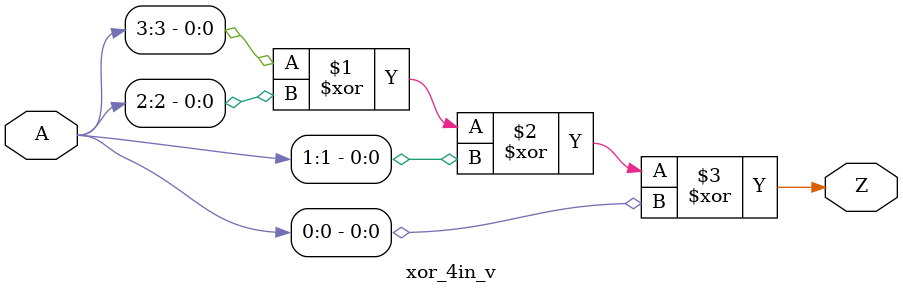
<source format=v>
module xor_4in_v(
  input [3:0] A,
  output Z
  );

  xor(Z, A[3], A[2], A[1], A[0]);

endmodule //xor_4in_v

</source>
